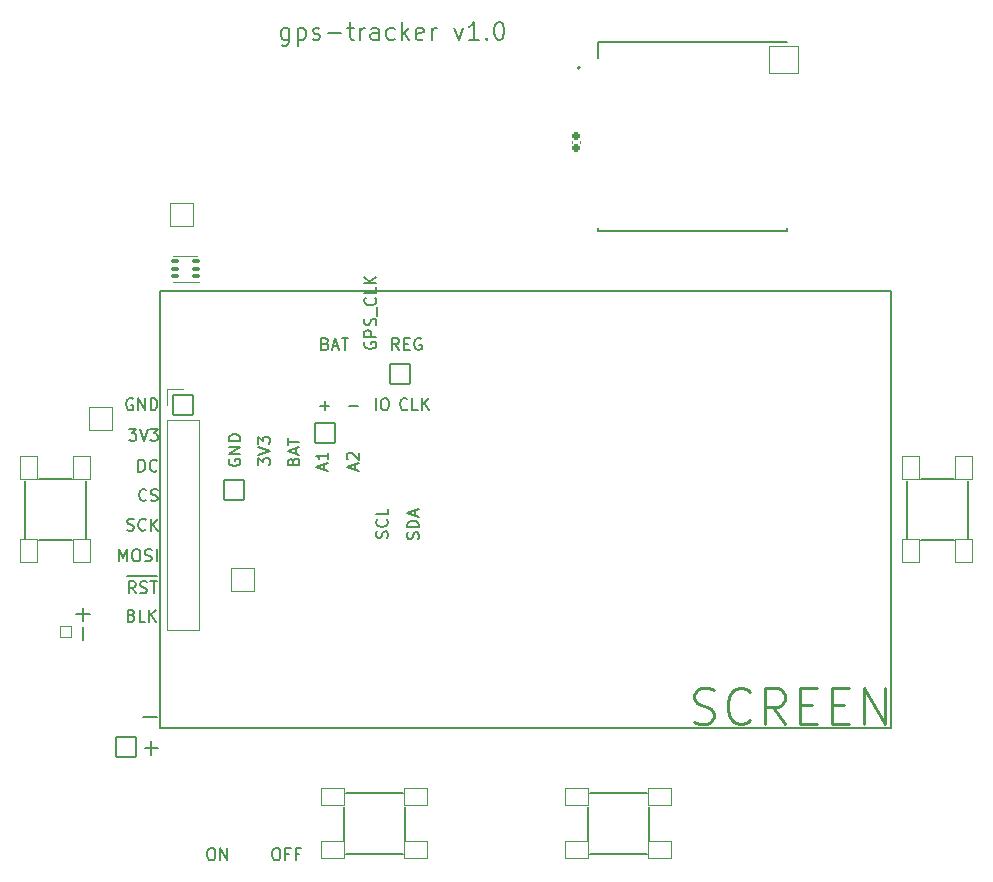
<source format=gto>
%TF.GenerationSoftware,KiCad,Pcbnew,7.0.1-3b83917a11~172~ubuntu22.04.1*%
%TF.CreationDate,2023-04-06T21:51:21-06:00*%
%TF.ProjectId,gps-tracker,6770732d-7472-4616-936b-65722e6b6963,rev?*%
%TF.SameCoordinates,Original*%
%TF.FileFunction,Legend,Top*%
%TF.FilePolarity,Positive*%
%FSLAX46Y46*%
G04 Gerber Fmt 4.6, Leading zero omitted, Abs format (unit mm)*
G04 Created by KiCad (PCBNEW 7.0.1-3b83917a11~172~ubuntu22.04.1) date 2023-04-06 21:51:21*
%MOMM*%
%LPD*%
G01*
G04 APERTURE LIST*
G04 Aperture macros list*
%AMRoundRect*
0 Rectangle with rounded corners*
0 $1 Rounding radius*
0 $2 $3 $4 $5 $6 $7 $8 $9 X,Y pos of 4 corners*
0 Add a 4 corners polygon primitive as box body*
4,1,4,$2,$3,$4,$5,$6,$7,$8,$9,$2,$3,0*
0 Add four circle primitives for the rounded corners*
1,1,$1+$1,$2,$3*
1,1,$1+$1,$4,$5*
1,1,$1+$1,$6,$7*
1,1,$1+$1,$8,$9*
0 Add four rect primitives between the rounded corners*
20,1,$1+$1,$2,$3,$4,$5,0*
20,1,$1+$1,$4,$5,$6,$7,0*
20,1,$1+$1,$6,$7,$8,$9,0*
20,1,$1+$1,$8,$9,$2,$3,0*%
G04 Aperture macros list end*
%ADD10C,0.200000*%
%ADD11C,0.250000*%
%ADD12C,0.150000*%
%ADD13C,0.120000*%
%ADD14C,0.127000*%
%ADD15C,1.508000*%
%ADD16C,1.900000*%
%ADD17C,1.800000*%
%ADD18RoundRect,0.050000X-0.850000X-0.850000X0.850000X-0.850000X0.850000X0.850000X-0.850000X0.850000X0*%
%ADD19RoundRect,0.050000X0.850000X-0.850000X0.850000X0.850000X-0.850000X0.850000X-0.850000X-0.850000X0*%
%ADD20O,1.800000X1.800000*%
%ADD21RoundRect,0.050000X0.500000X-0.500000X0.500000X0.500000X-0.500000X0.500000X-0.500000X-0.500000X0*%
%ADD22C,1.100000*%
%ADD23RoundRect,0.125000X0.250000X0.075000X-0.250000X0.075000X-0.250000X-0.075000X0.250000X-0.075000X0*%
%ADD24RoundRect,0.050000X0.750000X-1.000000X0.750000X1.000000X-0.750000X1.000000X-0.750000X-1.000000X0*%
%ADD25RoundRect,0.050000X-1.000000X-0.750000X1.000000X-0.750000X1.000000X0.750000X-1.000000X0.750000X0*%
%ADD26C,3.300000*%
%ADD27RoundRect,0.050000X-0.750000X1.000000X-0.750000X-1.000000X0.750000X-1.000000X0.750000X1.000000X0*%
%ADD28RoundRect,0.190000X0.170000X-0.140000X0.170000X0.140000X-0.170000X0.140000X-0.170000X-0.140000X0*%
%ADD29O,2.600000X1.100000*%
%ADD30RoundRect,0.050000X-1.250000X-1.125000X1.250000X-1.125000X1.250000X1.125000X-1.250000X1.125000X0*%
%ADD31RoundRect,0.050000X-1.000000X-1.000000X1.000000X-1.000000X1.000000X1.000000X-1.000000X1.000000X0*%
%ADD32C,2.100000*%
%ADD33RoundRect,0.050000X-0.850000X0.850000X-0.850000X-0.850000X0.850000X-0.850000X0.850000X0.850000X0*%
%ADD34C,1.600000*%
%ADD35RoundRect,0.050000X1.000000X-1.000000X1.000000X1.000000X-1.000000X1.000000X-1.000000X-1.000000X0*%
%ADD36RoundRect,0.050000X1.000000X1.000000X-1.000000X1.000000X-1.000000X-1.000000X1.000000X-1.000000X0*%
G04 APERTURE END LIST*
D10*
X93500000Y-56016428D02*
X93500000Y-57230714D01*
X93500000Y-57230714D02*
X93428571Y-57373571D01*
X93428571Y-57373571D02*
X93357142Y-57445000D01*
X93357142Y-57445000D02*
X93214285Y-57516428D01*
X93214285Y-57516428D02*
X93000000Y-57516428D01*
X93000000Y-57516428D02*
X92857142Y-57445000D01*
X93500000Y-56945000D02*
X93357142Y-57016428D01*
X93357142Y-57016428D02*
X93071428Y-57016428D01*
X93071428Y-57016428D02*
X92928571Y-56945000D01*
X92928571Y-56945000D02*
X92857142Y-56873571D01*
X92857142Y-56873571D02*
X92785714Y-56730714D01*
X92785714Y-56730714D02*
X92785714Y-56302142D01*
X92785714Y-56302142D02*
X92857142Y-56159285D01*
X92857142Y-56159285D02*
X92928571Y-56087857D01*
X92928571Y-56087857D02*
X93071428Y-56016428D01*
X93071428Y-56016428D02*
X93357142Y-56016428D01*
X93357142Y-56016428D02*
X93500000Y-56087857D01*
X94214285Y-56016428D02*
X94214285Y-57516428D01*
X94214285Y-56087857D02*
X94357143Y-56016428D01*
X94357143Y-56016428D02*
X94642857Y-56016428D01*
X94642857Y-56016428D02*
X94785714Y-56087857D01*
X94785714Y-56087857D02*
X94857143Y-56159285D01*
X94857143Y-56159285D02*
X94928571Y-56302142D01*
X94928571Y-56302142D02*
X94928571Y-56730714D01*
X94928571Y-56730714D02*
X94857143Y-56873571D01*
X94857143Y-56873571D02*
X94785714Y-56945000D01*
X94785714Y-56945000D02*
X94642857Y-57016428D01*
X94642857Y-57016428D02*
X94357143Y-57016428D01*
X94357143Y-57016428D02*
X94214285Y-56945000D01*
X95500000Y-56945000D02*
X95642857Y-57016428D01*
X95642857Y-57016428D02*
X95928571Y-57016428D01*
X95928571Y-57016428D02*
X96071428Y-56945000D01*
X96071428Y-56945000D02*
X96142857Y-56802142D01*
X96142857Y-56802142D02*
X96142857Y-56730714D01*
X96142857Y-56730714D02*
X96071428Y-56587857D01*
X96071428Y-56587857D02*
X95928571Y-56516428D01*
X95928571Y-56516428D02*
X95714286Y-56516428D01*
X95714286Y-56516428D02*
X95571428Y-56445000D01*
X95571428Y-56445000D02*
X95500000Y-56302142D01*
X95500000Y-56302142D02*
X95500000Y-56230714D01*
X95500000Y-56230714D02*
X95571428Y-56087857D01*
X95571428Y-56087857D02*
X95714286Y-56016428D01*
X95714286Y-56016428D02*
X95928571Y-56016428D01*
X95928571Y-56016428D02*
X96071428Y-56087857D01*
X96785714Y-56445000D02*
X97928572Y-56445000D01*
X98428572Y-56016428D02*
X99000000Y-56016428D01*
X98642857Y-55516428D02*
X98642857Y-56802142D01*
X98642857Y-56802142D02*
X98714286Y-56945000D01*
X98714286Y-56945000D02*
X98857143Y-57016428D01*
X98857143Y-57016428D02*
X99000000Y-57016428D01*
X99500000Y-57016428D02*
X99500000Y-56016428D01*
X99500000Y-56302142D02*
X99571429Y-56159285D01*
X99571429Y-56159285D02*
X99642858Y-56087857D01*
X99642858Y-56087857D02*
X99785715Y-56016428D01*
X99785715Y-56016428D02*
X99928572Y-56016428D01*
X101071429Y-57016428D02*
X101071429Y-56230714D01*
X101071429Y-56230714D02*
X101000000Y-56087857D01*
X101000000Y-56087857D02*
X100857143Y-56016428D01*
X100857143Y-56016428D02*
X100571429Y-56016428D01*
X100571429Y-56016428D02*
X100428571Y-56087857D01*
X101071429Y-56945000D02*
X100928571Y-57016428D01*
X100928571Y-57016428D02*
X100571429Y-57016428D01*
X100571429Y-57016428D02*
X100428571Y-56945000D01*
X100428571Y-56945000D02*
X100357143Y-56802142D01*
X100357143Y-56802142D02*
X100357143Y-56659285D01*
X100357143Y-56659285D02*
X100428571Y-56516428D01*
X100428571Y-56516428D02*
X100571429Y-56445000D01*
X100571429Y-56445000D02*
X100928571Y-56445000D01*
X100928571Y-56445000D02*
X101071429Y-56373571D01*
X102428572Y-56945000D02*
X102285714Y-57016428D01*
X102285714Y-57016428D02*
X102000000Y-57016428D01*
X102000000Y-57016428D02*
X101857143Y-56945000D01*
X101857143Y-56945000D02*
X101785714Y-56873571D01*
X101785714Y-56873571D02*
X101714286Y-56730714D01*
X101714286Y-56730714D02*
X101714286Y-56302142D01*
X101714286Y-56302142D02*
X101785714Y-56159285D01*
X101785714Y-56159285D02*
X101857143Y-56087857D01*
X101857143Y-56087857D02*
X102000000Y-56016428D01*
X102000000Y-56016428D02*
X102285714Y-56016428D01*
X102285714Y-56016428D02*
X102428572Y-56087857D01*
X103071428Y-57016428D02*
X103071428Y-55516428D01*
X103214286Y-56445000D02*
X103642857Y-57016428D01*
X103642857Y-56016428D02*
X103071428Y-56587857D01*
X104857143Y-56945000D02*
X104714286Y-57016428D01*
X104714286Y-57016428D02*
X104428572Y-57016428D01*
X104428572Y-57016428D02*
X104285714Y-56945000D01*
X104285714Y-56945000D02*
X104214286Y-56802142D01*
X104214286Y-56802142D02*
X104214286Y-56230714D01*
X104214286Y-56230714D02*
X104285714Y-56087857D01*
X104285714Y-56087857D02*
X104428572Y-56016428D01*
X104428572Y-56016428D02*
X104714286Y-56016428D01*
X104714286Y-56016428D02*
X104857143Y-56087857D01*
X104857143Y-56087857D02*
X104928572Y-56230714D01*
X104928572Y-56230714D02*
X104928572Y-56373571D01*
X104928572Y-56373571D02*
X104214286Y-56516428D01*
X105571428Y-57016428D02*
X105571428Y-56016428D01*
X105571428Y-56302142D02*
X105642857Y-56159285D01*
X105642857Y-56159285D02*
X105714286Y-56087857D01*
X105714286Y-56087857D02*
X105857143Y-56016428D01*
X105857143Y-56016428D02*
X106000000Y-56016428D01*
X107499999Y-56016428D02*
X107857142Y-57016428D01*
X107857142Y-57016428D02*
X108214285Y-56016428D01*
X109571428Y-57016428D02*
X108714285Y-57016428D01*
X109142856Y-57016428D02*
X109142856Y-55516428D01*
X109142856Y-55516428D02*
X108999999Y-55730714D01*
X108999999Y-55730714D02*
X108857142Y-55873571D01*
X108857142Y-55873571D02*
X108714285Y-55945000D01*
X110214284Y-56873571D02*
X110285713Y-56945000D01*
X110285713Y-56945000D02*
X110214284Y-57016428D01*
X110214284Y-57016428D02*
X110142856Y-56945000D01*
X110142856Y-56945000D02*
X110214284Y-56873571D01*
X110214284Y-56873571D02*
X110214284Y-57016428D01*
X111214285Y-55516428D02*
X111357142Y-55516428D01*
X111357142Y-55516428D02*
X111499999Y-55587857D01*
X111499999Y-55587857D02*
X111571428Y-55659285D01*
X111571428Y-55659285D02*
X111642856Y-55802142D01*
X111642856Y-55802142D02*
X111714285Y-56087857D01*
X111714285Y-56087857D02*
X111714285Y-56445000D01*
X111714285Y-56445000D02*
X111642856Y-56730714D01*
X111642856Y-56730714D02*
X111571428Y-56873571D01*
X111571428Y-56873571D02*
X111499999Y-56945000D01*
X111499999Y-56945000D02*
X111357142Y-57016428D01*
X111357142Y-57016428D02*
X111214285Y-57016428D01*
X111214285Y-57016428D02*
X111071428Y-56945000D01*
X111071428Y-56945000D02*
X110999999Y-56873571D01*
X110999999Y-56873571D02*
X110928570Y-56730714D01*
X110928570Y-56730714D02*
X110857142Y-56445000D01*
X110857142Y-56445000D02*
X110857142Y-56087857D01*
X110857142Y-56087857D02*
X110928570Y-55802142D01*
X110928570Y-55802142D02*
X110999999Y-55659285D01*
X110999999Y-55659285D02*
X111071428Y-55587857D01*
X111071428Y-55587857D02*
X111214285Y-55516428D01*
D11*
X127771428Y-114790000D02*
X128200000Y-114932857D01*
X128200000Y-114932857D02*
X128914285Y-114932857D01*
X128914285Y-114932857D02*
X129200000Y-114790000D01*
X129200000Y-114790000D02*
X129342857Y-114647142D01*
X129342857Y-114647142D02*
X129485714Y-114361428D01*
X129485714Y-114361428D02*
X129485714Y-114075714D01*
X129485714Y-114075714D02*
X129342857Y-113790000D01*
X129342857Y-113790000D02*
X129200000Y-113647142D01*
X129200000Y-113647142D02*
X128914285Y-113504285D01*
X128914285Y-113504285D02*
X128342857Y-113361428D01*
X128342857Y-113361428D02*
X128057142Y-113218571D01*
X128057142Y-113218571D02*
X127914285Y-113075714D01*
X127914285Y-113075714D02*
X127771428Y-112790000D01*
X127771428Y-112790000D02*
X127771428Y-112504285D01*
X127771428Y-112504285D02*
X127914285Y-112218571D01*
X127914285Y-112218571D02*
X128057142Y-112075714D01*
X128057142Y-112075714D02*
X128342857Y-111932857D01*
X128342857Y-111932857D02*
X129057142Y-111932857D01*
X129057142Y-111932857D02*
X129485714Y-112075714D01*
X132485714Y-114647142D02*
X132342857Y-114790000D01*
X132342857Y-114790000D02*
X131914285Y-114932857D01*
X131914285Y-114932857D02*
X131628571Y-114932857D01*
X131628571Y-114932857D02*
X131200000Y-114790000D01*
X131200000Y-114790000D02*
X130914285Y-114504285D01*
X130914285Y-114504285D02*
X130771428Y-114218571D01*
X130771428Y-114218571D02*
X130628571Y-113647142D01*
X130628571Y-113647142D02*
X130628571Y-113218571D01*
X130628571Y-113218571D02*
X130771428Y-112647142D01*
X130771428Y-112647142D02*
X130914285Y-112361428D01*
X130914285Y-112361428D02*
X131200000Y-112075714D01*
X131200000Y-112075714D02*
X131628571Y-111932857D01*
X131628571Y-111932857D02*
X131914285Y-111932857D01*
X131914285Y-111932857D02*
X132342857Y-112075714D01*
X132342857Y-112075714D02*
X132485714Y-112218571D01*
X135485714Y-114932857D02*
X134485714Y-113504285D01*
X133771428Y-114932857D02*
X133771428Y-111932857D01*
X133771428Y-111932857D02*
X134914285Y-111932857D01*
X134914285Y-111932857D02*
X135200000Y-112075714D01*
X135200000Y-112075714D02*
X135342857Y-112218571D01*
X135342857Y-112218571D02*
X135485714Y-112504285D01*
X135485714Y-112504285D02*
X135485714Y-112932857D01*
X135485714Y-112932857D02*
X135342857Y-113218571D01*
X135342857Y-113218571D02*
X135200000Y-113361428D01*
X135200000Y-113361428D02*
X134914285Y-113504285D01*
X134914285Y-113504285D02*
X133771428Y-113504285D01*
X136771428Y-113361428D02*
X137771428Y-113361428D01*
X138200000Y-114932857D02*
X136771428Y-114932857D01*
X136771428Y-114932857D02*
X136771428Y-111932857D01*
X136771428Y-111932857D02*
X138200000Y-111932857D01*
X139485714Y-113361428D02*
X140485714Y-113361428D01*
X140914286Y-114932857D02*
X139485714Y-114932857D01*
X139485714Y-114932857D02*
X139485714Y-111932857D01*
X139485714Y-111932857D02*
X140914286Y-111932857D01*
X142200000Y-114932857D02*
X142200000Y-111932857D01*
X142200000Y-111932857D02*
X143914286Y-114932857D01*
X143914286Y-114932857D02*
X143914286Y-111932857D01*
D12*
X104430000Y-99309523D02*
X104477619Y-99166666D01*
X104477619Y-99166666D02*
X104477619Y-98928571D01*
X104477619Y-98928571D02*
X104430000Y-98833333D01*
X104430000Y-98833333D02*
X104382380Y-98785714D01*
X104382380Y-98785714D02*
X104287142Y-98738095D01*
X104287142Y-98738095D02*
X104191904Y-98738095D01*
X104191904Y-98738095D02*
X104096666Y-98785714D01*
X104096666Y-98785714D02*
X104049047Y-98833333D01*
X104049047Y-98833333D02*
X104001428Y-98928571D01*
X104001428Y-98928571D02*
X103953809Y-99119047D01*
X103953809Y-99119047D02*
X103906190Y-99214285D01*
X103906190Y-99214285D02*
X103858571Y-99261904D01*
X103858571Y-99261904D02*
X103763333Y-99309523D01*
X103763333Y-99309523D02*
X103668095Y-99309523D01*
X103668095Y-99309523D02*
X103572857Y-99261904D01*
X103572857Y-99261904D02*
X103525238Y-99214285D01*
X103525238Y-99214285D02*
X103477619Y-99119047D01*
X103477619Y-99119047D02*
X103477619Y-98880952D01*
X103477619Y-98880952D02*
X103525238Y-98738095D01*
X104477619Y-98309523D02*
X103477619Y-98309523D01*
X103477619Y-98309523D02*
X103477619Y-98071428D01*
X103477619Y-98071428D02*
X103525238Y-97928571D01*
X103525238Y-97928571D02*
X103620476Y-97833333D01*
X103620476Y-97833333D02*
X103715714Y-97785714D01*
X103715714Y-97785714D02*
X103906190Y-97738095D01*
X103906190Y-97738095D02*
X104049047Y-97738095D01*
X104049047Y-97738095D02*
X104239523Y-97785714D01*
X104239523Y-97785714D02*
X104334761Y-97833333D01*
X104334761Y-97833333D02*
X104430000Y-97928571D01*
X104430000Y-97928571D02*
X104477619Y-98071428D01*
X104477619Y-98071428D02*
X104477619Y-98309523D01*
X104191904Y-97357142D02*
X104191904Y-96880952D01*
X104477619Y-97452380D02*
X103477619Y-97119047D01*
X103477619Y-97119047D02*
X104477619Y-96785714D01*
X101830000Y-99209523D02*
X101877619Y-99066666D01*
X101877619Y-99066666D02*
X101877619Y-98828571D01*
X101877619Y-98828571D02*
X101830000Y-98733333D01*
X101830000Y-98733333D02*
X101782380Y-98685714D01*
X101782380Y-98685714D02*
X101687142Y-98638095D01*
X101687142Y-98638095D02*
X101591904Y-98638095D01*
X101591904Y-98638095D02*
X101496666Y-98685714D01*
X101496666Y-98685714D02*
X101449047Y-98733333D01*
X101449047Y-98733333D02*
X101401428Y-98828571D01*
X101401428Y-98828571D02*
X101353809Y-99019047D01*
X101353809Y-99019047D02*
X101306190Y-99114285D01*
X101306190Y-99114285D02*
X101258571Y-99161904D01*
X101258571Y-99161904D02*
X101163333Y-99209523D01*
X101163333Y-99209523D02*
X101068095Y-99209523D01*
X101068095Y-99209523D02*
X100972857Y-99161904D01*
X100972857Y-99161904D02*
X100925238Y-99114285D01*
X100925238Y-99114285D02*
X100877619Y-99019047D01*
X100877619Y-99019047D02*
X100877619Y-98780952D01*
X100877619Y-98780952D02*
X100925238Y-98638095D01*
X101782380Y-97638095D02*
X101830000Y-97685714D01*
X101830000Y-97685714D02*
X101877619Y-97828571D01*
X101877619Y-97828571D02*
X101877619Y-97923809D01*
X101877619Y-97923809D02*
X101830000Y-98066666D01*
X101830000Y-98066666D02*
X101734761Y-98161904D01*
X101734761Y-98161904D02*
X101639523Y-98209523D01*
X101639523Y-98209523D02*
X101449047Y-98257142D01*
X101449047Y-98257142D02*
X101306190Y-98257142D01*
X101306190Y-98257142D02*
X101115714Y-98209523D01*
X101115714Y-98209523D02*
X101020476Y-98161904D01*
X101020476Y-98161904D02*
X100925238Y-98066666D01*
X100925238Y-98066666D02*
X100877619Y-97923809D01*
X100877619Y-97923809D02*
X100877619Y-97828571D01*
X100877619Y-97828571D02*
X100925238Y-97685714D01*
X100925238Y-97685714D02*
X100972857Y-97638095D01*
X101877619Y-96733333D02*
X101877619Y-97209523D01*
X101877619Y-97209523D02*
X100877619Y-97209523D01*
X99091904Y-93409523D02*
X99091904Y-92933333D01*
X99377619Y-93504761D02*
X98377619Y-93171428D01*
X98377619Y-93171428D02*
X99377619Y-92838095D01*
X98472857Y-92552380D02*
X98425238Y-92504761D01*
X98425238Y-92504761D02*
X98377619Y-92409523D01*
X98377619Y-92409523D02*
X98377619Y-92171428D01*
X98377619Y-92171428D02*
X98425238Y-92076190D01*
X98425238Y-92076190D02*
X98472857Y-92028571D01*
X98472857Y-92028571D02*
X98568095Y-91980952D01*
X98568095Y-91980952D02*
X98663333Y-91980952D01*
X98663333Y-91980952D02*
X98806190Y-92028571D01*
X98806190Y-92028571D02*
X99377619Y-92599999D01*
X99377619Y-92599999D02*
X99377619Y-91980952D01*
X96491904Y-93409523D02*
X96491904Y-92933333D01*
X96777619Y-93504761D02*
X95777619Y-93171428D01*
X95777619Y-93171428D02*
X96777619Y-92838095D01*
X96777619Y-91980952D02*
X96777619Y-92552380D01*
X96777619Y-92266666D02*
X95777619Y-92266666D01*
X95777619Y-92266666D02*
X95920476Y-92361904D01*
X95920476Y-92361904D02*
X96015714Y-92457142D01*
X96015714Y-92457142D02*
X96063333Y-92552380D01*
X93853809Y-92728571D02*
X93901428Y-92585714D01*
X93901428Y-92585714D02*
X93949047Y-92538095D01*
X93949047Y-92538095D02*
X94044285Y-92490476D01*
X94044285Y-92490476D02*
X94187142Y-92490476D01*
X94187142Y-92490476D02*
X94282380Y-92538095D01*
X94282380Y-92538095D02*
X94330000Y-92585714D01*
X94330000Y-92585714D02*
X94377619Y-92680952D01*
X94377619Y-92680952D02*
X94377619Y-93061904D01*
X94377619Y-93061904D02*
X93377619Y-93061904D01*
X93377619Y-93061904D02*
X93377619Y-92728571D01*
X93377619Y-92728571D02*
X93425238Y-92633333D01*
X93425238Y-92633333D02*
X93472857Y-92585714D01*
X93472857Y-92585714D02*
X93568095Y-92538095D01*
X93568095Y-92538095D02*
X93663333Y-92538095D01*
X93663333Y-92538095D02*
X93758571Y-92585714D01*
X93758571Y-92585714D02*
X93806190Y-92633333D01*
X93806190Y-92633333D02*
X93853809Y-92728571D01*
X93853809Y-92728571D02*
X93853809Y-93061904D01*
X94091904Y-92109523D02*
X94091904Y-91633333D01*
X94377619Y-92204761D02*
X93377619Y-91871428D01*
X93377619Y-91871428D02*
X94377619Y-91538095D01*
X93377619Y-91347618D02*
X93377619Y-90776190D01*
X94377619Y-91061904D02*
X93377619Y-91061904D01*
X88425238Y-92538095D02*
X88377619Y-92633333D01*
X88377619Y-92633333D02*
X88377619Y-92776190D01*
X88377619Y-92776190D02*
X88425238Y-92919047D01*
X88425238Y-92919047D02*
X88520476Y-93014285D01*
X88520476Y-93014285D02*
X88615714Y-93061904D01*
X88615714Y-93061904D02*
X88806190Y-93109523D01*
X88806190Y-93109523D02*
X88949047Y-93109523D01*
X88949047Y-93109523D02*
X89139523Y-93061904D01*
X89139523Y-93061904D02*
X89234761Y-93014285D01*
X89234761Y-93014285D02*
X89330000Y-92919047D01*
X89330000Y-92919047D02*
X89377619Y-92776190D01*
X89377619Y-92776190D02*
X89377619Y-92680952D01*
X89377619Y-92680952D02*
X89330000Y-92538095D01*
X89330000Y-92538095D02*
X89282380Y-92490476D01*
X89282380Y-92490476D02*
X88949047Y-92490476D01*
X88949047Y-92490476D02*
X88949047Y-92680952D01*
X89377619Y-92061904D02*
X88377619Y-92061904D01*
X88377619Y-92061904D02*
X89377619Y-91490476D01*
X89377619Y-91490476D02*
X88377619Y-91490476D01*
X89377619Y-91014285D02*
X88377619Y-91014285D01*
X88377619Y-91014285D02*
X88377619Y-90776190D01*
X88377619Y-90776190D02*
X88425238Y-90633333D01*
X88425238Y-90633333D02*
X88520476Y-90538095D01*
X88520476Y-90538095D02*
X88615714Y-90490476D01*
X88615714Y-90490476D02*
X88806190Y-90442857D01*
X88806190Y-90442857D02*
X88949047Y-90442857D01*
X88949047Y-90442857D02*
X89139523Y-90490476D01*
X89139523Y-90490476D02*
X89234761Y-90538095D01*
X89234761Y-90538095D02*
X89330000Y-90633333D01*
X89330000Y-90633333D02*
X89377619Y-90776190D01*
X89377619Y-90776190D02*
X89377619Y-91014285D01*
X90877619Y-93057142D02*
X90877619Y-92438095D01*
X90877619Y-92438095D02*
X91258571Y-92771428D01*
X91258571Y-92771428D02*
X91258571Y-92628571D01*
X91258571Y-92628571D02*
X91306190Y-92533333D01*
X91306190Y-92533333D02*
X91353809Y-92485714D01*
X91353809Y-92485714D02*
X91449047Y-92438095D01*
X91449047Y-92438095D02*
X91687142Y-92438095D01*
X91687142Y-92438095D02*
X91782380Y-92485714D01*
X91782380Y-92485714D02*
X91830000Y-92533333D01*
X91830000Y-92533333D02*
X91877619Y-92628571D01*
X91877619Y-92628571D02*
X91877619Y-92914285D01*
X91877619Y-92914285D02*
X91830000Y-93009523D01*
X91830000Y-93009523D02*
X91782380Y-93057142D01*
X90877619Y-92152380D02*
X91877619Y-91819047D01*
X91877619Y-91819047D02*
X90877619Y-91485714D01*
X90877619Y-91247618D02*
X90877619Y-90628571D01*
X90877619Y-90628571D02*
X91258571Y-90961904D01*
X91258571Y-90961904D02*
X91258571Y-90819047D01*
X91258571Y-90819047D02*
X91306190Y-90723809D01*
X91306190Y-90723809D02*
X91353809Y-90676190D01*
X91353809Y-90676190D02*
X91449047Y-90628571D01*
X91449047Y-90628571D02*
X91687142Y-90628571D01*
X91687142Y-90628571D02*
X91782380Y-90676190D01*
X91782380Y-90676190D02*
X91830000Y-90723809D01*
X91830000Y-90723809D02*
X91877619Y-90819047D01*
X91877619Y-90819047D02*
X91877619Y-91104761D01*
X91877619Y-91104761D02*
X91830000Y-91199999D01*
X91830000Y-91199999D02*
X91782380Y-91247618D01*
X99925238Y-82638095D02*
X99877619Y-82733333D01*
X99877619Y-82733333D02*
X99877619Y-82876190D01*
X99877619Y-82876190D02*
X99925238Y-83019047D01*
X99925238Y-83019047D02*
X100020476Y-83114285D01*
X100020476Y-83114285D02*
X100115714Y-83161904D01*
X100115714Y-83161904D02*
X100306190Y-83209523D01*
X100306190Y-83209523D02*
X100449047Y-83209523D01*
X100449047Y-83209523D02*
X100639523Y-83161904D01*
X100639523Y-83161904D02*
X100734761Y-83114285D01*
X100734761Y-83114285D02*
X100830000Y-83019047D01*
X100830000Y-83019047D02*
X100877619Y-82876190D01*
X100877619Y-82876190D02*
X100877619Y-82780952D01*
X100877619Y-82780952D02*
X100830000Y-82638095D01*
X100830000Y-82638095D02*
X100782380Y-82590476D01*
X100782380Y-82590476D02*
X100449047Y-82590476D01*
X100449047Y-82590476D02*
X100449047Y-82780952D01*
X100877619Y-82161904D02*
X99877619Y-82161904D01*
X99877619Y-82161904D02*
X99877619Y-81780952D01*
X99877619Y-81780952D02*
X99925238Y-81685714D01*
X99925238Y-81685714D02*
X99972857Y-81638095D01*
X99972857Y-81638095D02*
X100068095Y-81590476D01*
X100068095Y-81590476D02*
X100210952Y-81590476D01*
X100210952Y-81590476D02*
X100306190Y-81638095D01*
X100306190Y-81638095D02*
X100353809Y-81685714D01*
X100353809Y-81685714D02*
X100401428Y-81780952D01*
X100401428Y-81780952D02*
X100401428Y-82161904D01*
X100830000Y-81209523D02*
X100877619Y-81066666D01*
X100877619Y-81066666D02*
X100877619Y-80828571D01*
X100877619Y-80828571D02*
X100830000Y-80733333D01*
X100830000Y-80733333D02*
X100782380Y-80685714D01*
X100782380Y-80685714D02*
X100687142Y-80638095D01*
X100687142Y-80638095D02*
X100591904Y-80638095D01*
X100591904Y-80638095D02*
X100496666Y-80685714D01*
X100496666Y-80685714D02*
X100449047Y-80733333D01*
X100449047Y-80733333D02*
X100401428Y-80828571D01*
X100401428Y-80828571D02*
X100353809Y-81019047D01*
X100353809Y-81019047D02*
X100306190Y-81114285D01*
X100306190Y-81114285D02*
X100258571Y-81161904D01*
X100258571Y-81161904D02*
X100163333Y-81209523D01*
X100163333Y-81209523D02*
X100068095Y-81209523D01*
X100068095Y-81209523D02*
X99972857Y-81161904D01*
X99972857Y-81161904D02*
X99925238Y-81114285D01*
X99925238Y-81114285D02*
X99877619Y-81019047D01*
X99877619Y-81019047D02*
X99877619Y-80780952D01*
X99877619Y-80780952D02*
X99925238Y-80638095D01*
X100972857Y-80447619D02*
X100972857Y-79685714D01*
X100782380Y-78876190D02*
X100830000Y-78923809D01*
X100830000Y-78923809D02*
X100877619Y-79066666D01*
X100877619Y-79066666D02*
X100877619Y-79161904D01*
X100877619Y-79161904D02*
X100830000Y-79304761D01*
X100830000Y-79304761D02*
X100734761Y-79399999D01*
X100734761Y-79399999D02*
X100639523Y-79447618D01*
X100639523Y-79447618D02*
X100449047Y-79495237D01*
X100449047Y-79495237D02*
X100306190Y-79495237D01*
X100306190Y-79495237D02*
X100115714Y-79447618D01*
X100115714Y-79447618D02*
X100020476Y-79399999D01*
X100020476Y-79399999D02*
X99925238Y-79304761D01*
X99925238Y-79304761D02*
X99877619Y-79161904D01*
X99877619Y-79161904D02*
X99877619Y-79066666D01*
X99877619Y-79066666D02*
X99925238Y-78923809D01*
X99925238Y-78923809D02*
X99972857Y-78876190D01*
X100877619Y-77971428D02*
X100877619Y-78447618D01*
X100877619Y-78447618D02*
X99877619Y-78447618D01*
X100877619Y-77638094D02*
X99877619Y-77638094D01*
X100877619Y-77066666D02*
X100306190Y-77495237D01*
X99877619Y-77066666D02*
X100449047Y-77638094D01*
X96571428Y-82753809D02*
X96714285Y-82801428D01*
X96714285Y-82801428D02*
X96761904Y-82849047D01*
X96761904Y-82849047D02*
X96809523Y-82944285D01*
X96809523Y-82944285D02*
X96809523Y-83087142D01*
X96809523Y-83087142D02*
X96761904Y-83182380D01*
X96761904Y-83182380D02*
X96714285Y-83230000D01*
X96714285Y-83230000D02*
X96619047Y-83277619D01*
X96619047Y-83277619D02*
X96238095Y-83277619D01*
X96238095Y-83277619D02*
X96238095Y-82277619D01*
X96238095Y-82277619D02*
X96571428Y-82277619D01*
X96571428Y-82277619D02*
X96666666Y-82325238D01*
X96666666Y-82325238D02*
X96714285Y-82372857D01*
X96714285Y-82372857D02*
X96761904Y-82468095D01*
X96761904Y-82468095D02*
X96761904Y-82563333D01*
X96761904Y-82563333D02*
X96714285Y-82658571D01*
X96714285Y-82658571D02*
X96666666Y-82706190D01*
X96666666Y-82706190D02*
X96571428Y-82753809D01*
X96571428Y-82753809D02*
X96238095Y-82753809D01*
X97190476Y-82991904D02*
X97666666Y-82991904D01*
X97095238Y-83277619D02*
X97428571Y-82277619D01*
X97428571Y-82277619D02*
X97761904Y-83277619D01*
X97952381Y-82277619D02*
X98523809Y-82277619D01*
X98238095Y-83277619D02*
X98238095Y-82277619D01*
X102809523Y-83277619D02*
X102476190Y-82801428D01*
X102238095Y-83277619D02*
X102238095Y-82277619D01*
X102238095Y-82277619D02*
X102619047Y-82277619D01*
X102619047Y-82277619D02*
X102714285Y-82325238D01*
X102714285Y-82325238D02*
X102761904Y-82372857D01*
X102761904Y-82372857D02*
X102809523Y-82468095D01*
X102809523Y-82468095D02*
X102809523Y-82610952D01*
X102809523Y-82610952D02*
X102761904Y-82706190D01*
X102761904Y-82706190D02*
X102714285Y-82753809D01*
X102714285Y-82753809D02*
X102619047Y-82801428D01*
X102619047Y-82801428D02*
X102238095Y-82801428D01*
X103238095Y-82753809D02*
X103571428Y-82753809D01*
X103714285Y-83277619D02*
X103238095Y-83277619D01*
X103238095Y-83277619D02*
X103238095Y-82277619D01*
X103238095Y-82277619D02*
X103714285Y-82277619D01*
X104666666Y-82325238D02*
X104571428Y-82277619D01*
X104571428Y-82277619D02*
X104428571Y-82277619D01*
X104428571Y-82277619D02*
X104285714Y-82325238D01*
X104285714Y-82325238D02*
X104190476Y-82420476D01*
X104190476Y-82420476D02*
X104142857Y-82515714D01*
X104142857Y-82515714D02*
X104095238Y-82706190D01*
X104095238Y-82706190D02*
X104095238Y-82849047D01*
X104095238Y-82849047D02*
X104142857Y-83039523D01*
X104142857Y-83039523D02*
X104190476Y-83134761D01*
X104190476Y-83134761D02*
X104285714Y-83230000D01*
X104285714Y-83230000D02*
X104428571Y-83277619D01*
X104428571Y-83277619D02*
X104523809Y-83277619D01*
X104523809Y-83277619D02*
X104666666Y-83230000D01*
X104666666Y-83230000D02*
X104714285Y-83182380D01*
X104714285Y-83182380D02*
X104714285Y-82849047D01*
X104714285Y-82849047D02*
X104523809Y-82849047D01*
X103509523Y-88282380D02*
X103461904Y-88330000D01*
X103461904Y-88330000D02*
X103319047Y-88377619D01*
X103319047Y-88377619D02*
X103223809Y-88377619D01*
X103223809Y-88377619D02*
X103080952Y-88330000D01*
X103080952Y-88330000D02*
X102985714Y-88234761D01*
X102985714Y-88234761D02*
X102938095Y-88139523D01*
X102938095Y-88139523D02*
X102890476Y-87949047D01*
X102890476Y-87949047D02*
X102890476Y-87806190D01*
X102890476Y-87806190D02*
X102938095Y-87615714D01*
X102938095Y-87615714D02*
X102985714Y-87520476D01*
X102985714Y-87520476D02*
X103080952Y-87425238D01*
X103080952Y-87425238D02*
X103223809Y-87377619D01*
X103223809Y-87377619D02*
X103319047Y-87377619D01*
X103319047Y-87377619D02*
X103461904Y-87425238D01*
X103461904Y-87425238D02*
X103509523Y-87472857D01*
X104414285Y-88377619D02*
X103938095Y-88377619D01*
X103938095Y-88377619D02*
X103938095Y-87377619D01*
X104747619Y-88377619D02*
X104747619Y-87377619D01*
X105319047Y-88377619D02*
X104890476Y-87806190D01*
X105319047Y-87377619D02*
X104747619Y-87949047D01*
X100838095Y-88377619D02*
X100838095Y-87377619D01*
X101504761Y-87377619D02*
X101695237Y-87377619D01*
X101695237Y-87377619D02*
X101790475Y-87425238D01*
X101790475Y-87425238D02*
X101885713Y-87520476D01*
X101885713Y-87520476D02*
X101933332Y-87710952D01*
X101933332Y-87710952D02*
X101933332Y-88044285D01*
X101933332Y-88044285D02*
X101885713Y-88234761D01*
X101885713Y-88234761D02*
X101790475Y-88330000D01*
X101790475Y-88330000D02*
X101695237Y-88377619D01*
X101695237Y-88377619D02*
X101504761Y-88377619D01*
X101504761Y-88377619D02*
X101409523Y-88330000D01*
X101409523Y-88330000D02*
X101314285Y-88234761D01*
X101314285Y-88234761D02*
X101266666Y-88044285D01*
X101266666Y-88044285D02*
X101266666Y-87710952D01*
X101266666Y-87710952D02*
X101314285Y-87520476D01*
X101314285Y-87520476D02*
X101409523Y-87425238D01*
X101409523Y-87425238D02*
X101504761Y-87377619D01*
X98538095Y-87996666D02*
X99300000Y-87996666D01*
X96138095Y-87996666D02*
X96900000Y-87996666D01*
X96519047Y-88377619D02*
X96519047Y-87615714D01*
X80171428Y-105753809D02*
X80314285Y-105801428D01*
X80314285Y-105801428D02*
X80361904Y-105849047D01*
X80361904Y-105849047D02*
X80409523Y-105944285D01*
X80409523Y-105944285D02*
X80409523Y-106087142D01*
X80409523Y-106087142D02*
X80361904Y-106182380D01*
X80361904Y-106182380D02*
X80314285Y-106230000D01*
X80314285Y-106230000D02*
X80219047Y-106277619D01*
X80219047Y-106277619D02*
X79838095Y-106277619D01*
X79838095Y-106277619D02*
X79838095Y-105277619D01*
X79838095Y-105277619D02*
X80171428Y-105277619D01*
X80171428Y-105277619D02*
X80266666Y-105325238D01*
X80266666Y-105325238D02*
X80314285Y-105372857D01*
X80314285Y-105372857D02*
X80361904Y-105468095D01*
X80361904Y-105468095D02*
X80361904Y-105563333D01*
X80361904Y-105563333D02*
X80314285Y-105658571D01*
X80314285Y-105658571D02*
X80266666Y-105706190D01*
X80266666Y-105706190D02*
X80171428Y-105753809D01*
X80171428Y-105753809D02*
X79838095Y-105753809D01*
X81314285Y-106277619D02*
X80838095Y-106277619D01*
X80838095Y-106277619D02*
X80838095Y-105277619D01*
X81647619Y-106277619D02*
X81647619Y-105277619D01*
X82219047Y-106277619D02*
X81790476Y-105706190D01*
X82219047Y-105277619D02*
X81647619Y-105849047D01*
X80509523Y-103877619D02*
X80176190Y-103401428D01*
X79938095Y-103877619D02*
X79938095Y-102877619D01*
X79938095Y-102877619D02*
X80319047Y-102877619D01*
X80319047Y-102877619D02*
X80414285Y-102925238D01*
X80414285Y-102925238D02*
X80461904Y-102972857D01*
X80461904Y-102972857D02*
X80509523Y-103068095D01*
X80509523Y-103068095D02*
X80509523Y-103210952D01*
X80509523Y-103210952D02*
X80461904Y-103306190D01*
X80461904Y-103306190D02*
X80414285Y-103353809D01*
X80414285Y-103353809D02*
X80319047Y-103401428D01*
X80319047Y-103401428D02*
X79938095Y-103401428D01*
X80890476Y-103830000D02*
X81033333Y-103877619D01*
X81033333Y-103877619D02*
X81271428Y-103877619D01*
X81271428Y-103877619D02*
X81366666Y-103830000D01*
X81366666Y-103830000D02*
X81414285Y-103782380D01*
X81414285Y-103782380D02*
X81461904Y-103687142D01*
X81461904Y-103687142D02*
X81461904Y-103591904D01*
X81461904Y-103591904D02*
X81414285Y-103496666D01*
X81414285Y-103496666D02*
X81366666Y-103449047D01*
X81366666Y-103449047D02*
X81271428Y-103401428D01*
X81271428Y-103401428D02*
X81080952Y-103353809D01*
X81080952Y-103353809D02*
X80985714Y-103306190D01*
X80985714Y-103306190D02*
X80938095Y-103258571D01*
X80938095Y-103258571D02*
X80890476Y-103163333D01*
X80890476Y-103163333D02*
X80890476Y-103068095D01*
X80890476Y-103068095D02*
X80938095Y-102972857D01*
X80938095Y-102972857D02*
X80985714Y-102925238D01*
X80985714Y-102925238D02*
X81080952Y-102877619D01*
X81080952Y-102877619D02*
X81319047Y-102877619D01*
X81319047Y-102877619D02*
X81461904Y-102925238D01*
X81747619Y-102877619D02*
X82319047Y-102877619D01*
X82033333Y-103877619D02*
X82033333Y-102877619D01*
X79800000Y-102430000D02*
X82314286Y-102430000D01*
X79138095Y-101177619D02*
X79138095Y-100177619D01*
X79138095Y-100177619D02*
X79471428Y-100891904D01*
X79471428Y-100891904D02*
X79804761Y-100177619D01*
X79804761Y-100177619D02*
X79804761Y-101177619D01*
X80471428Y-100177619D02*
X80661904Y-100177619D01*
X80661904Y-100177619D02*
X80757142Y-100225238D01*
X80757142Y-100225238D02*
X80852380Y-100320476D01*
X80852380Y-100320476D02*
X80899999Y-100510952D01*
X80899999Y-100510952D02*
X80899999Y-100844285D01*
X80899999Y-100844285D02*
X80852380Y-101034761D01*
X80852380Y-101034761D02*
X80757142Y-101130000D01*
X80757142Y-101130000D02*
X80661904Y-101177619D01*
X80661904Y-101177619D02*
X80471428Y-101177619D01*
X80471428Y-101177619D02*
X80376190Y-101130000D01*
X80376190Y-101130000D02*
X80280952Y-101034761D01*
X80280952Y-101034761D02*
X80233333Y-100844285D01*
X80233333Y-100844285D02*
X80233333Y-100510952D01*
X80233333Y-100510952D02*
X80280952Y-100320476D01*
X80280952Y-100320476D02*
X80376190Y-100225238D01*
X80376190Y-100225238D02*
X80471428Y-100177619D01*
X81280952Y-101130000D02*
X81423809Y-101177619D01*
X81423809Y-101177619D02*
X81661904Y-101177619D01*
X81661904Y-101177619D02*
X81757142Y-101130000D01*
X81757142Y-101130000D02*
X81804761Y-101082380D01*
X81804761Y-101082380D02*
X81852380Y-100987142D01*
X81852380Y-100987142D02*
X81852380Y-100891904D01*
X81852380Y-100891904D02*
X81804761Y-100796666D01*
X81804761Y-100796666D02*
X81757142Y-100749047D01*
X81757142Y-100749047D02*
X81661904Y-100701428D01*
X81661904Y-100701428D02*
X81471428Y-100653809D01*
X81471428Y-100653809D02*
X81376190Y-100606190D01*
X81376190Y-100606190D02*
X81328571Y-100558571D01*
X81328571Y-100558571D02*
X81280952Y-100463333D01*
X81280952Y-100463333D02*
X81280952Y-100368095D01*
X81280952Y-100368095D02*
X81328571Y-100272857D01*
X81328571Y-100272857D02*
X81376190Y-100225238D01*
X81376190Y-100225238D02*
X81471428Y-100177619D01*
X81471428Y-100177619D02*
X81709523Y-100177619D01*
X81709523Y-100177619D02*
X81852380Y-100225238D01*
X82280952Y-101177619D02*
X82280952Y-100177619D01*
X79790476Y-98530000D02*
X79933333Y-98577619D01*
X79933333Y-98577619D02*
X80171428Y-98577619D01*
X80171428Y-98577619D02*
X80266666Y-98530000D01*
X80266666Y-98530000D02*
X80314285Y-98482380D01*
X80314285Y-98482380D02*
X80361904Y-98387142D01*
X80361904Y-98387142D02*
X80361904Y-98291904D01*
X80361904Y-98291904D02*
X80314285Y-98196666D01*
X80314285Y-98196666D02*
X80266666Y-98149047D01*
X80266666Y-98149047D02*
X80171428Y-98101428D01*
X80171428Y-98101428D02*
X79980952Y-98053809D01*
X79980952Y-98053809D02*
X79885714Y-98006190D01*
X79885714Y-98006190D02*
X79838095Y-97958571D01*
X79838095Y-97958571D02*
X79790476Y-97863333D01*
X79790476Y-97863333D02*
X79790476Y-97768095D01*
X79790476Y-97768095D02*
X79838095Y-97672857D01*
X79838095Y-97672857D02*
X79885714Y-97625238D01*
X79885714Y-97625238D02*
X79980952Y-97577619D01*
X79980952Y-97577619D02*
X80219047Y-97577619D01*
X80219047Y-97577619D02*
X80361904Y-97625238D01*
X81361904Y-98482380D02*
X81314285Y-98530000D01*
X81314285Y-98530000D02*
X81171428Y-98577619D01*
X81171428Y-98577619D02*
X81076190Y-98577619D01*
X81076190Y-98577619D02*
X80933333Y-98530000D01*
X80933333Y-98530000D02*
X80838095Y-98434761D01*
X80838095Y-98434761D02*
X80790476Y-98339523D01*
X80790476Y-98339523D02*
X80742857Y-98149047D01*
X80742857Y-98149047D02*
X80742857Y-98006190D01*
X80742857Y-98006190D02*
X80790476Y-97815714D01*
X80790476Y-97815714D02*
X80838095Y-97720476D01*
X80838095Y-97720476D02*
X80933333Y-97625238D01*
X80933333Y-97625238D02*
X81076190Y-97577619D01*
X81076190Y-97577619D02*
X81171428Y-97577619D01*
X81171428Y-97577619D02*
X81314285Y-97625238D01*
X81314285Y-97625238D02*
X81361904Y-97672857D01*
X81790476Y-98577619D02*
X81790476Y-97577619D01*
X82361904Y-98577619D02*
X81933333Y-98006190D01*
X82361904Y-97577619D02*
X81790476Y-98149047D01*
X81409523Y-95982380D02*
X81361904Y-96030000D01*
X81361904Y-96030000D02*
X81219047Y-96077619D01*
X81219047Y-96077619D02*
X81123809Y-96077619D01*
X81123809Y-96077619D02*
X80980952Y-96030000D01*
X80980952Y-96030000D02*
X80885714Y-95934761D01*
X80885714Y-95934761D02*
X80838095Y-95839523D01*
X80838095Y-95839523D02*
X80790476Y-95649047D01*
X80790476Y-95649047D02*
X80790476Y-95506190D01*
X80790476Y-95506190D02*
X80838095Y-95315714D01*
X80838095Y-95315714D02*
X80885714Y-95220476D01*
X80885714Y-95220476D02*
X80980952Y-95125238D01*
X80980952Y-95125238D02*
X81123809Y-95077619D01*
X81123809Y-95077619D02*
X81219047Y-95077619D01*
X81219047Y-95077619D02*
X81361904Y-95125238D01*
X81361904Y-95125238D02*
X81409523Y-95172857D01*
X81790476Y-96030000D02*
X81933333Y-96077619D01*
X81933333Y-96077619D02*
X82171428Y-96077619D01*
X82171428Y-96077619D02*
X82266666Y-96030000D01*
X82266666Y-96030000D02*
X82314285Y-95982380D01*
X82314285Y-95982380D02*
X82361904Y-95887142D01*
X82361904Y-95887142D02*
X82361904Y-95791904D01*
X82361904Y-95791904D02*
X82314285Y-95696666D01*
X82314285Y-95696666D02*
X82266666Y-95649047D01*
X82266666Y-95649047D02*
X82171428Y-95601428D01*
X82171428Y-95601428D02*
X81980952Y-95553809D01*
X81980952Y-95553809D02*
X81885714Y-95506190D01*
X81885714Y-95506190D02*
X81838095Y-95458571D01*
X81838095Y-95458571D02*
X81790476Y-95363333D01*
X81790476Y-95363333D02*
X81790476Y-95268095D01*
X81790476Y-95268095D02*
X81838095Y-95172857D01*
X81838095Y-95172857D02*
X81885714Y-95125238D01*
X81885714Y-95125238D02*
X81980952Y-95077619D01*
X81980952Y-95077619D02*
X82219047Y-95077619D01*
X82219047Y-95077619D02*
X82361904Y-95125238D01*
X80738095Y-93577619D02*
X80738095Y-92577619D01*
X80738095Y-92577619D02*
X80976190Y-92577619D01*
X80976190Y-92577619D02*
X81119047Y-92625238D01*
X81119047Y-92625238D02*
X81214285Y-92720476D01*
X81214285Y-92720476D02*
X81261904Y-92815714D01*
X81261904Y-92815714D02*
X81309523Y-93006190D01*
X81309523Y-93006190D02*
X81309523Y-93149047D01*
X81309523Y-93149047D02*
X81261904Y-93339523D01*
X81261904Y-93339523D02*
X81214285Y-93434761D01*
X81214285Y-93434761D02*
X81119047Y-93530000D01*
X81119047Y-93530000D02*
X80976190Y-93577619D01*
X80976190Y-93577619D02*
X80738095Y-93577619D01*
X82309523Y-93482380D02*
X82261904Y-93530000D01*
X82261904Y-93530000D02*
X82119047Y-93577619D01*
X82119047Y-93577619D02*
X82023809Y-93577619D01*
X82023809Y-93577619D02*
X81880952Y-93530000D01*
X81880952Y-93530000D02*
X81785714Y-93434761D01*
X81785714Y-93434761D02*
X81738095Y-93339523D01*
X81738095Y-93339523D02*
X81690476Y-93149047D01*
X81690476Y-93149047D02*
X81690476Y-93006190D01*
X81690476Y-93006190D02*
X81738095Y-92815714D01*
X81738095Y-92815714D02*
X81785714Y-92720476D01*
X81785714Y-92720476D02*
X81880952Y-92625238D01*
X81880952Y-92625238D02*
X82023809Y-92577619D01*
X82023809Y-92577619D02*
X82119047Y-92577619D01*
X82119047Y-92577619D02*
X82261904Y-92625238D01*
X82261904Y-92625238D02*
X82309523Y-92672857D01*
X79942857Y-89977619D02*
X80561904Y-89977619D01*
X80561904Y-89977619D02*
X80228571Y-90358571D01*
X80228571Y-90358571D02*
X80371428Y-90358571D01*
X80371428Y-90358571D02*
X80466666Y-90406190D01*
X80466666Y-90406190D02*
X80514285Y-90453809D01*
X80514285Y-90453809D02*
X80561904Y-90549047D01*
X80561904Y-90549047D02*
X80561904Y-90787142D01*
X80561904Y-90787142D02*
X80514285Y-90882380D01*
X80514285Y-90882380D02*
X80466666Y-90930000D01*
X80466666Y-90930000D02*
X80371428Y-90977619D01*
X80371428Y-90977619D02*
X80085714Y-90977619D01*
X80085714Y-90977619D02*
X79990476Y-90930000D01*
X79990476Y-90930000D02*
X79942857Y-90882380D01*
X80847619Y-89977619D02*
X81180952Y-90977619D01*
X81180952Y-90977619D02*
X81514285Y-89977619D01*
X81752381Y-89977619D02*
X82371428Y-89977619D01*
X82371428Y-89977619D02*
X82038095Y-90358571D01*
X82038095Y-90358571D02*
X82180952Y-90358571D01*
X82180952Y-90358571D02*
X82276190Y-90406190D01*
X82276190Y-90406190D02*
X82323809Y-90453809D01*
X82323809Y-90453809D02*
X82371428Y-90549047D01*
X82371428Y-90549047D02*
X82371428Y-90787142D01*
X82371428Y-90787142D02*
X82323809Y-90882380D01*
X82323809Y-90882380D02*
X82276190Y-90930000D01*
X82276190Y-90930000D02*
X82180952Y-90977619D01*
X82180952Y-90977619D02*
X81895238Y-90977619D01*
X81895238Y-90977619D02*
X81800000Y-90930000D01*
X81800000Y-90930000D02*
X81752381Y-90882380D01*
X80261904Y-87425238D02*
X80166666Y-87377619D01*
X80166666Y-87377619D02*
X80023809Y-87377619D01*
X80023809Y-87377619D02*
X79880952Y-87425238D01*
X79880952Y-87425238D02*
X79785714Y-87520476D01*
X79785714Y-87520476D02*
X79738095Y-87615714D01*
X79738095Y-87615714D02*
X79690476Y-87806190D01*
X79690476Y-87806190D02*
X79690476Y-87949047D01*
X79690476Y-87949047D02*
X79738095Y-88139523D01*
X79738095Y-88139523D02*
X79785714Y-88234761D01*
X79785714Y-88234761D02*
X79880952Y-88330000D01*
X79880952Y-88330000D02*
X80023809Y-88377619D01*
X80023809Y-88377619D02*
X80119047Y-88377619D01*
X80119047Y-88377619D02*
X80261904Y-88330000D01*
X80261904Y-88330000D02*
X80309523Y-88282380D01*
X80309523Y-88282380D02*
X80309523Y-87949047D01*
X80309523Y-87949047D02*
X80119047Y-87949047D01*
X80738095Y-88377619D02*
X80738095Y-87377619D01*
X80738095Y-87377619D02*
X81309523Y-88377619D01*
X81309523Y-88377619D02*
X81309523Y-87377619D01*
X81785714Y-88377619D02*
X81785714Y-87377619D01*
X81785714Y-87377619D02*
X82023809Y-87377619D01*
X82023809Y-87377619D02*
X82166666Y-87425238D01*
X82166666Y-87425238D02*
X82261904Y-87520476D01*
X82261904Y-87520476D02*
X82309523Y-87615714D01*
X82309523Y-87615714D02*
X82357142Y-87806190D01*
X82357142Y-87806190D02*
X82357142Y-87949047D01*
X82357142Y-87949047D02*
X82309523Y-88139523D01*
X82309523Y-88139523D02*
X82261904Y-88234761D01*
X82261904Y-88234761D02*
X82166666Y-88330000D01*
X82166666Y-88330000D02*
X82023809Y-88377619D01*
X82023809Y-88377619D02*
X81785714Y-88377619D01*
X81845000Y-117542857D02*
X81845000Y-116400000D01*
X82416428Y-116971428D02*
X81273571Y-116971428D01*
X81157142Y-114345000D02*
X82300000Y-114345000D01*
X76045000Y-107842857D02*
X76045000Y-106700000D01*
X76045000Y-106242857D02*
X76045000Y-105100000D01*
X76616428Y-105671428D02*
X75473571Y-105671428D01*
X92328571Y-125477619D02*
X92519047Y-125477619D01*
X92519047Y-125477619D02*
X92614285Y-125525238D01*
X92614285Y-125525238D02*
X92709523Y-125620476D01*
X92709523Y-125620476D02*
X92757142Y-125810952D01*
X92757142Y-125810952D02*
X92757142Y-126144285D01*
X92757142Y-126144285D02*
X92709523Y-126334761D01*
X92709523Y-126334761D02*
X92614285Y-126430000D01*
X92614285Y-126430000D02*
X92519047Y-126477619D01*
X92519047Y-126477619D02*
X92328571Y-126477619D01*
X92328571Y-126477619D02*
X92233333Y-126430000D01*
X92233333Y-126430000D02*
X92138095Y-126334761D01*
X92138095Y-126334761D02*
X92090476Y-126144285D01*
X92090476Y-126144285D02*
X92090476Y-125810952D01*
X92090476Y-125810952D02*
X92138095Y-125620476D01*
X92138095Y-125620476D02*
X92233333Y-125525238D01*
X92233333Y-125525238D02*
X92328571Y-125477619D01*
X93519047Y-125953809D02*
X93185714Y-125953809D01*
X93185714Y-126477619D02*
X93185714Y-125477619D01*
X93185714Y-125477619D02*
X93661904Y-125477619D01*
X94376190Y-125953809D02*
X94042857Y-125953809D01*
X94042857Y-126477619D02*
X94042857Y-125477619D01*
X94042857Y-125477619D02*
X94519047Y-125477619D01*
X86828571Y-125477619D02*
X87019047Y-125477619D01*
X87019047Y-125477619D02*
X87114285Y-125525238D01*
X87114285Y-125525238D02*
X87209523Y-125620476D01*
X87209523Y-125620476D02*
X87257142Y-125810952D01*
X87257142Y-125810952D02*
X87257142Y-126144285D01*
X87257142Y-126144285D02*
X87209523Y-126334761D01*
X87209523Y-126334761D02*
X87114285Y-126430000D01*
X87114285Y-126430000D02*
X87019047Y-126477619D01*
X87019047Y-126477619D02*
X86828571Y-126477619D01*
X86828571Y-126477619D02*
X86733333Y-126430000D01*
X86733333Y-126430000D02*
X86638095Y-126334761D01*
X86638095Y-126334761D02*
X86590476Y-126144285D01*
X86590476Y-126144285D02*
X86590476Y-125810952D01*
X86590476Y-125810952D02*
X86638095Y-125620476D01*
X86638095Y-125620476D02*
X86733333Y-125525238D01*
X86733333Y-125525238D02*
X86828571Y-125477619D01*
X87685714Y-126477619D02*
X87685714Y-125477619D01*
X87685714Y-125477619D02*
X88257142Y-126477619D01*
X88257142Y-126477619D02*
X88257142Y-125477619D01*
X82600000Y-78300000D02*
X144500000Y-78300000D01*
X144500000Y-115300000D01*
X82600000Y-115300000D01*
X82600000Y-78300000D01*
D13*
%TO.C,J3*%
X83170000Y-86595000D02*
X84500000Y-86595000D01*
X83170000Y-87925000D02*
X83170000Y-86595000D01*
X83170000Y-89195000D02*
X83170000Y-107035000D01*
X83170000Y-89195000D02*
X85830000Y-89195000D01*
X83170000Y-107035000D02*
X85830000Y-107035000D01*
X85830000Y-89195000D02*
X85830000Y-107035000D01*
%TO.C,U3*%
X85900000Y-77490000D02*
X83700000Y-77490000D01*
X85680000Y-75290000D02*
X83710000Y-75290000D01*
D12*
%TO.C,SW3*%
X149800000Y-99400000D02*
X147000000Y-99400000D01*
X145800000Y-99200000D02*
X145800000Y-94400000D01*
X151000000Y-94400000D02*
X151000000Y-99200000D01*
X147000000Y-94200000D02*
X149800000Y-94200000D01*
%TO.C,SW5*%
X98130000Y-124800000D02*
X98130000Y-122000000D01*
X98330000Y-120800000D02*
X103130000Y-120800000D01*
X103130000Y-126000000D02*
X98330000Y-126000000D01*
X103330000Y-122000000D02*
X103330000Y-124800000D01*
%TO.C,SW1*%
X72300000Y-94200000D02*
X75100000Y-94200000D01*
X76300000Y-94400000D02*
X76300000Y-99200000D01*
X71100000Y-99200000D02*
X71100000Y-94400000D01*
X75100000Y-99400000D02*
X72300000Y-99400000D01*
D13*
%TO.C,C31*%
X117440000Y-65787836D02*
X117440000Y-65572164D01*
X118160000Y-65787836D02*
X118160000Y-65572164D01*
D14*
%TO.C,U6*%
X119650000Y-57250000D02*
X119650000Y-58580000D01*
X119650000Y-73250000D02*
X119650000Y-72920000D01*
X119650000Y-73250000D02*
X135650000Y-73250000D01*
X135650000Y-57250000D02*
X119650000Y-57250000D01*
X135650000Y-73250000D02*
X135650000Y-72920000D01*
D10*
X118131000Y-59400000D02*
G75*
G03*
X118131000Y-59400000I-100000J0D01*
G01*
D12*
%TO.C,SW4*%
X118770000Y-124800000D02*
X118770000Y-122000000D01*
X118970000Y-120800000D02*
X123770000Y-120800000D01*
X123770000Y-126000000D02*
X118970000Y-126000000D01*
X123970000Y-122000000D02*
X123970000Y-124800000D01*
%TD*%
%LPC*%
D15*
%TO.C,J1*%
X113600000Y-122800000D03*
X108600000Y-122800000D03*
D16*
X114600000Y-125500000D03*
X107600000Y-125500000D03*
%TD*%
D17*
%TO.C,J4*%
X79700000Y-111845000D03*
X79700000Y-114385000D03*
D18*
X79700000Y-116925000D03*
%TD*%
D19*
%TO.C,J6*%
X102900000Y-85300000D03*
D20*
X100360000Y-85300000D03*
X97820000Y-85300000D03*
%TD*%
D21*
%TO.C,J7*%
X74600000Y-107125000D03*
D22*
X74600000Y-105875000D03*
%TD*%
D18*
%TO.C,J3*%
X84500000Y-87925000D03*
D20*
X84500000Y-90465000D03*
X84500000Y-93005000D03*
X84500000Y-95545000D03*
X84500000Y-98085000D03*
X84500000Y-100625000D03*
X84500000Y-103165000D03*
X84500000Y-105705000D03*
%TD*%
D23*
%TO.C,U3*%
X85600000Y-77040000D03*
X85600000Y-76390000D03*
X85600000Y-75740000D03*
X83800000Y-75740000D03*
X83800000Y-76390000D03*
X83800000Y-77040000D03*
%TD*%
D24*
%TO.C,SW3*%
X146150000Y-100300000D03*
X146150000Y-93300000D03*
X150650000Y-100300000D03*
X150650000Y-93300000D03*
%TD*%
D25*
%TO.C,SW5*%
X97230000Y-121150000D03*
X104230000Y-121150000D03*
X97230000Y-125650000D03*
X104230000Y-125650000D03*
%TD*%
D26*
%TO.C,H3*%
X140300000Y-123300000D03*
%TD*%
D27*
%TO.C,SW1*%
X75950000Y-93300000D03*
X75950000Y-100300000D03*
X71450000Y-93300000D03*
X71450000Y-100300000D03*
%TD*%
D26*
%TO.C,H2*%
X81700000Y-123300000D03*
%TD*%
%TO.C,H1*%
X84900000Y-56000000D03*
%TD*%
D28*
%TO.C,C31*%
X117800000Y-66160000D03*
X117800000Y-65200000D03*
%TD*%
D29*
%TO.C,U6*%
X119900000Y-59400000D03*
X119900000Y-61940000D03*
X119900000Y-64480000D03*
X119900000Y-67020000D03*
X119900000Y-69560000D03*
X119900000Y-72100000D03*
X135400000Y-72100000D03*
X135400000Y-69560000D03*
X135400000Y-67020000D03*
X135400000Y-64480000D03*
X135400000Y-61940000D03*
D30*
X135400000Y-58775000D03*
%TD*%
D25*
%TO.C,SW4*%
X117870000Y-121150000D03*
X124870000Y-121150000D03*
X117870000Y-125650000D03*
X124870000Y-125650000D03*
%TD*%
D31*
%TO.C,C16*%
X89632323Y-102800000D03*
D32*
X94632323Y-102800000D03*
%TD*%
D33*
%TO.C,J5*%
X96520000Y-90300000D03*
D20*
X99060000Y-90300000D03*
X101600000Y-90300000D03*
X104140000Y-90300000D03*
%TD*%
D34*
%TO.C,SW6*%
X88000000Y-121900000D03*
X90500000Y-121900000D03*
X93000000Y-121900000D03*
%TD*%
D33*
%TO.C,J2*%
X88800000Y-95100000D03*
D20*
X91340000Y-95100000D03*
X93880000Y-95100000D03*
X96420000Y-95100000D03*
X98960000Y-95100000D03*
X101500000Y-95100000D03*
X104040000Y-95100000D03*
%TD*%
D35*
%TO.C,C19*%
X77600000Y-89167677D03*
D32*
X77600000Y-84167677D03*
%TD*%
D36*
%TO.C,C3*%
X84467677Y-71900000D03*
D32*
X79467677Y-71900000D03*
%TD*%
M02*

</source>
